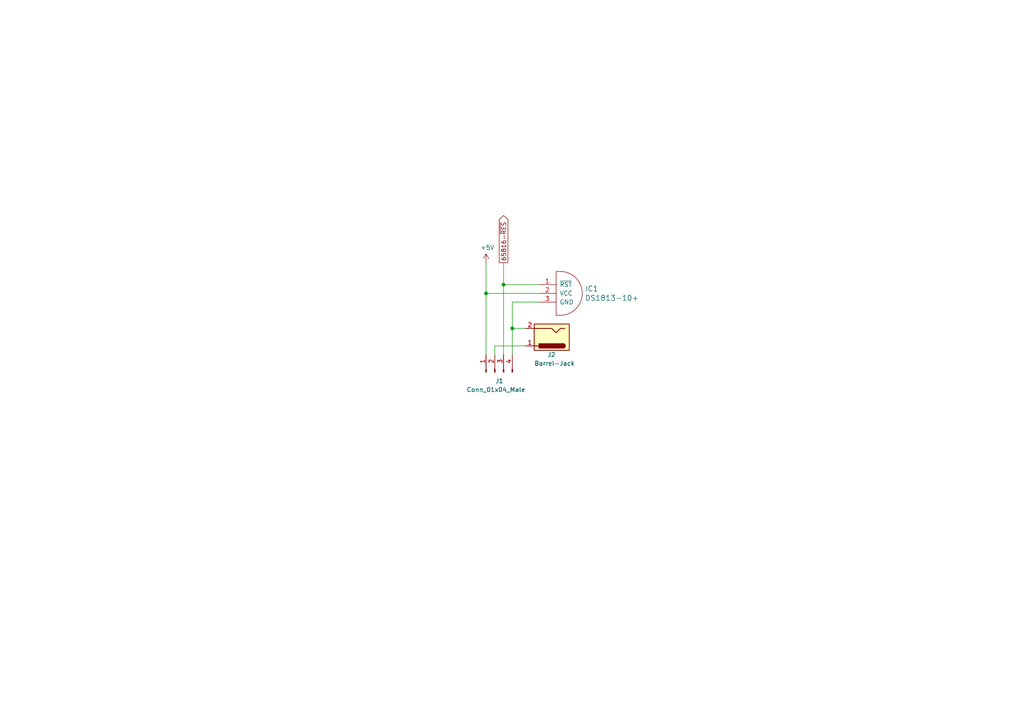
<source format=kicad_sch>
(kicad_sch (version 20211123) (generator eeschema)
  (paper "A4")
  (title_block (title "ROL") (date "2022-01-01") (rev "1.0"))
  (lib_symbols
    (symbol "Connector:Barrel_Jack" (pin_names (offset 1.016))
      (property "Reference" "J" (at 0 5.334 0))
      (property "Value" "Barrel_Jack" (at 0 -5.08 0))
      (symbol "Barrel_Jack_0_1"
        (rectangle (start -5.08 3.81) (end 5.08 -3.81) (stroke (width 0.254)) (fill (type background)))
        (arc (start -3.302 3.175) (mid -3.937 2.54) (end -3.302 1.905) (stroke (width 0.254)))
        (arc (start -3.302 3.175) (mid -3.937 2.54) (end -3.302 1.905) (stroke (width 0.254)) (fill (type outline)))
        (polyline (pts (xy 5.08 2.54) (xy 3.81 2.54)) (stroke (width 0.254)))
        (polyline (pts (xy -3.81 -2.54) (xy -2.54 -2.54) (xy -1.27 -1.27) (xy 0 -2.54) (xy 2.54 -2.54) (xy 5.08 -2.54)) (stroke (width 0.254)))
        (rectangle (start 3.683 3.175) (end -3.302 1.905) (stroke (width 0.254)) (fill (type outline)))
      )
      (symbol "Barrel_Jack_1_1"
        (pin passive line (at 7.62 2.54 180) (length 2.54) (name "~") (number "1"))
        (pin passive line (at 7.62 -2.54 180) (length 2.54) (name "~") (number "2"))
      )
    )
    (symbol "Connector:Conn_01x04_Male" (pin_names (offset 1.016) hide)
      (property "Reference" "J" (at 0 5.08 0))
      (property "Value" "Conn_01x04_Male" (at 0 -7.62 0))
      (symbol "Conn_01x04_Male_1_1"
        (polyline (pts (xy 1.27 -5.08) (xy 0.8636 -5.08)) (stroke (width 0.1524)))
        (polyline (pts (xy 1.27 -2.54) (xy 0.8636 -2.54)) (stroke (width 0.1524)))
        (polyline (pts (xy 1.27 0) (xy 0.8636 0)) (stroke (width 0.1524)))
        (polyline (pts (xy 1.27 2.54) (xy 0.8636 2.54)) (stroke (width 0.1524)))
        (rectangle (start 0.8636 -4.953) (end 0 -5.207) (stroke (width 0.1524)) (fill (type outline)))
        (rectangle (start 0.8636 -2.413) (end 0 -2.667) (stroke (width 0.1524)) (fill (type outline)))
        (rectangle (start 0.8636 0.127) (end 0 -0.127) (stroke (width 0.1524)) (fill (type outline)))
        (rectangle (start 0.8636 2.667) (end 0 2.413) (stroke (width 0.1524)) (fill (type outline)))
        (pin passive line (at 5.08 2.54 180) (length 3.81) (name "Pin_1") (number "1"))
        (pin passive line (at 5.08 0 180) (length 3.81) (name "Pin_2") (number "2"))
        (pin passive line (at 5.08 -2.54 180) (length 3.81) (name "Pin_3") (number "3"))
        (pin passive line (at 5.08 -5.08 180) (length 3.81) (name "Pin_4") (number "4"))
      )
    )
    (symbol "power:+5V" (power) (pin_names (offset 0))
      (property "Value" "+5V" (at 0 3.556 0))
      (symbol "+5V_0_1"
        (polyline (pts (xy -0.762 1.27) (xy 0 2.54)))
        (polyline (pts (xy 0 0) (xy 0 2.54)))
        (polyline (pts (xy 0 2.54) (xy 0.762 1.27)))
      )
      (symbol "+5V_1_1"
        (pin power_in line (at 0 0 90) (length 0) hide (name "+5V") (number "1"))
      )
    )
    (symbol "rol:DS1813-10+-maxim-integrated" (pin_names (offset 1.016))
      (property "Reference" "IC" (at 0 10.16 0))
      (property "Value" "DS1813-10+-maxim-integrated" (at 1.27 -6.35 0))
      (symbol "DS1813-10+-maxim-integrated_0_1"
        (polyline (pts (xy 0 8.89) (xy 1.27 8.89) (xy 1.27 -3.81) (xy 0 -3.81)))
        (arc (start 0 8.89) (mid -6.35 2.54) (end 0 -3.81))
      )
      (symbol "DS1813-10+-maxim-integrated_1_1"
        (pin passive line (at 6.35 0 180) (length 5.08) (name "~{RST}") (number "1"))
        (pin passive line (at 6.35 2.54 180) (length 5.08) (name "VCC") (number "2"))
        (pin passive line (at 6.35 5.08 180) (length 5.08) (name "GND") (number "3"))
      )
    )
  )
  (junction (at 140.97 85.09))
  (junction (at 148.59 95.25))
  (junction (at 146.05 82.55))
  (wire (pts (xy 140.97 85.09) (xy 156.21 85.09)))
  (wire (pts (xy 148.59 95.25) (xy 148.59 102.87)))
  (wire (pts (xy 140.97 85.09) (xy 140.97 102.87)))
  (wire (pts (xy 146.05 76.2) (xy 146.05 82.55)))
  (wire (pts (xy 143.51 100.33) (xy 152.4 100.33)))
  (wire (pts (xy 146.05 82.55) (xy 156.21 82.55)))
  (wire (pts (xy 148.59 95.25) (xy 152.4 95.25)))
  (wire (pts (xy 148.59 87.63) (xy 156.21 87.63)))
  (wire (pts (xy 146.05 82.55) (xy 146.05 102.87)))
  (wire (pts (xy 143.51 100.33) (xy 143.51 102.87)))
  (wire (pts (xy 140.97 76.2) (xy 140.97 85.09)))
  (wire (pts (xy 148.59 95.25) (xy 148.59 87.63)))
  (global_label "65816-~{RES}" (shape output) (at 146.05 76.2 90) (property "Intersheet References" "${INTERSHEET_REFS}" (effects hide)))
  (symbol (lib_id "rol:DS1813-10+-maxim-integrated") (at 162.56 82.55 180) (unit 1)
    (property "Reference" "IC1" (at 169.6212 83.7438 0) (effects (font (size 1.524 1.524)) (justify right)))
    (property "Value" "DS1813-10+" (at 169.6212 86.4362 0) (effects (font (size 1.524 1.524)) (justify right)))
    (property "Footprint" "digikey-footprints:TO-92-3" (effects hide))
    (property "Datasheet" "https://www.mouser.com/datasheet/2/256/maxim%20integrated%20products_ds1813-1178753.pdf" (effects hide))
  )
  (symbol (lib_id "Connector:Barrel_Jack") (at 160.02 97.79 180) (unit 1)
    (property "Reference" "J2" (at 158.75 102.87 0) (effects (justify right)))
    (property "Value" "Barrel-Jack" (at 154.94 105.41 0) (effects (justify right)))
    (property "Footprint" "Connector_BarrelJack:BarrelJack_CUI_PJ-102AH_Horizontal" (effects hide))
  )
  (symbol (lib_id "power:+5V") (at 140.97 76.2 0) (unit 1)
    (property "Reference" "#PWR021" (effects hide))
    (property "Value" "+5V" (at 141.351 71.8058 0))
  )
  (symbol (lib_id "Connector:Conn_01x04_Male") (at 143.51 107.95 90) (unit 1)
    (property "Reference" "J1" (at 146.05 110.49 90) (effects (justify left)))
    (property "Value" "Conn_01x04_Male" (at 152.4 113.03 90) (effects (justify left)))
  )
)
</source>
